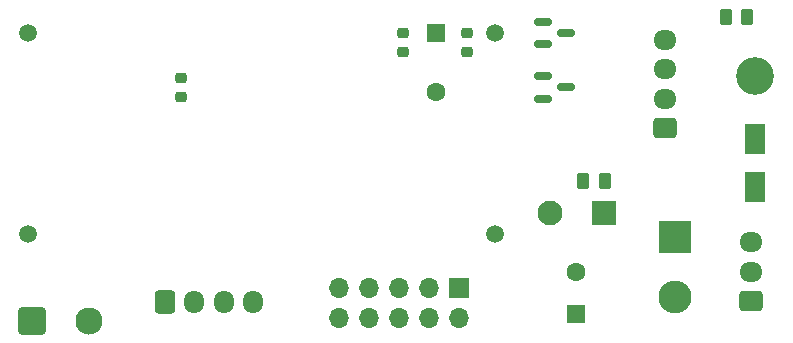
<source format=gbr>
%TF.GenerationSoftware,KiCad,Pcbnew,6.0.11-2627ca5db0~126~ubuntu22.04.1*%
%TF.CreationDate,2023-02-15T16:19:53+03:00*%
%TF.ProjectId,train_barrier,74726169-6e5f-4626-9172-726965722e6b,rev?*%
%TF.SameCoordinates,Original*%
%TF.FileFunction,Soldermask,Top*%
%TF.FilePolarity,Negative*%
%FSLAX46Y46*%
G04 Gerber Fmt 4.6, Leading zero omitted, Abs format (unit mm)*
G04 Created by KiCad (PCBNEW 6.0.11-2627ca5db0~126~ubuntu22.04.1) date 2023-02-15 16:19:53*
%MOMM*%
%LPD*%
G01*
G04 APERTURE LIST*
G04 Aperture macros list*
%AMRoundRect*
0 Rectangle with rounded corners*
0 $1 Rounding radius*
0 $2 $3 $4 $5 $6 $7 $8 $9 X,Y pos of 4 corners*
0 Add a 4 corners polygon primitive as box body*
4,1,4,$2,$3,$4,$5,$6,$7,$8,$9,$2,$3,0*
0 Add four circle primitives for the rounded corners*
1,1,$1+$1,$2,$3*
1,1,$1+$1,$4,$5*
1,1,$1+$1,$6,$7*
1,1,$1+$1,$8,$9*
0 Add four rect primitives between the rounded corners*
20,1,$1+$1,$2,$3,$4,$5,0*
20,1,$1+$1,$4,$5,$6,$7,0*
20,1,$1+$1,$6,$7,$8,$9,0*
20,1,$1+$1,$8,$9,$2,$3,0*%
G04 Aperture macros list end*
%ADD10RoundRect,0.225000X-0.250000X0.225000X-0.250000X-0.225000X0.250000X-0.225000X0.250000X0.225000X0*%
%ADD11RoundRect,0.250000X0.262500X0.450000X-0.262500X0.450000X-0.262500X-0.450000X0.262500X-0.450000X0*%
%ADD12RoundRect,0.250000X-0.600000X-0.725000X0.600000X-0.725000X0.600000X0.725000X-0.600000X0.725000X0*%
%ADD13O,1.700000X1.950000*%
%ADD14RoundRect,0.250000X0.725000X-0.600000X0.725000X0.600000X-0.725000X0.600000X-0.725000X-0.600000X0*%
%ADD15O,1.950000X1.700000*%
%ADD16R,1.600000X1.600000*%
%ADD17C,1.600000*%
%ADD18RoundRect,0.250000X-0.262500X-0.450000X0.262500X-0.450000X0.262500X0.450000X-0.262500X0.450000X0*%
%ADD19C,1.500000*%
%ADD20R,1.800000X2.500000*%
%ADD21RoundRect,0.150000X-0.587500X-0.150000X0.587500X-0.150000X0.587500X0.150000X-0.587500X0.150000X0*%
%ADD22R,1.700000X1.700000*%
%ADD23O,1.700000X1.700000*%
%ADD24C,3.200000*%
%ADD25R,2.800000X2.800000*%
%ADD26O,2.800000X2.800000*%
%ADD27RoundRect,0.250001X-0.899999X-0.899999X0.899999X-0.899999X0.899999X0.899999X-0.899999X0.899999X0*%
%ADD28C,2.300000*%
%ADD29RoundRect,0.250001X0.799999X0.799999X-0.799999X0.799999X-0.799999X-0.799999X0.799999X-0.799999X0*%
%ADD30C,2.100000*%
G04 APERTURE END LIST*
D10*
%TO.C,C3*%
X97600000Y-28225000D03*
X97600000Y-29775000D03*
%TD*%
D11*
%TO.C,R6*%
X126712500Y-26800000D03*
X124887500Y-26800000D03*
%TD*%
D12*
%TO.C,SW1*%
X77400000Y-51000000D03*
D13*
X79900000Y-51000000D03*
X82400000Y-51000000D03*
X84900000Y-51000000D03*
%TD*%
D10*
%TO.C,C5*%
X78800000Y-32025000D03*
X78800000Y-33575000D03*
%TD*%
D14*
%TO.C,M1*%
X127075000Y-50900000D03*
D15*
X127075000Y-48400000D03*
X127075000Y-45900000D03*
%TD*%
D10*
%TO.C,C2*%
X103000000Y-28225000D03*
X103000000Y-29775000D03*
%TD*%
D16*
%TO.C,C6*%
X112200000Y-51955302D03*
D17*
X112200000Y-48455302D03*
%TD*%
D18*
%TO.C,R10*%
X112837500Y-40750000D03*
X114662500Y-40750000D03*
%TD*%
D19*
%TO.C,U1*%
X65850000Y-28200000D03*
X65850000Y-45200000D03*
X105350000Y-45200000D03*
X105350000Y-28200000D03*
%TD*%
D20*
%TO.C,D3*%
X127400000Y-37200000D03*
X127400000Y-41200000D03*
%TD*%
D21*
%TO.C,Q5*%
X109462500Y-31850000D03*
X109462500Y-33750000D03*
X111337500Y-32800000D03*
%TD*%
D22*
%TO.C,J1*%
X102325000Y-49800000D03*
D23*
X102325000Y-52340000D03*
X99785000Y-49800000D03*
X99785000Y-52340000D03*
X97245000Y-49800000D03*
X97245000Y-52340000D03*
X94705000Y-49800000D03*
X94705000Y-52340000D03*
X92165000Y-49800000D03*
X92165000Y-52340000D03*
%TD*%
D14*
%TO.C,D2*%
X119750000Y-36250000D03*
D15*
X119750000Y-33750000D03*
X119750000Y-31250000D03*
X119750000Y-28750000D03*
%TD*%
D24*
%TO.C,H1*%
X127400000Y-31800000D03*
%TD*%
D25*
%TO.C,D1*%
X120600000Y-45503712D03*
D26*
X120600000Y-50583712D03*
%TD*%
D21*
%TO.C,Q3*%
X109462500Y-27250000D03*
X109462500Y-29150000D03*
X111337500Y-28200000D03*
%TD*%
D27*
%TO.C,BT1*%
X66200000Y-52600000D03*
D28*
X71000000Y-52600000D03*
%TD*%
D16*
%TO.C,C1*%
X100400000Y-28192047D03*
D17*
X100400000Y-33192047D03*
%TD*%
D29*
%TO.C,LS1*%
X114600000Y-43400000D03*
D30*
X110000000Y-43400000D03*
%TD*%
M02*

</source>
